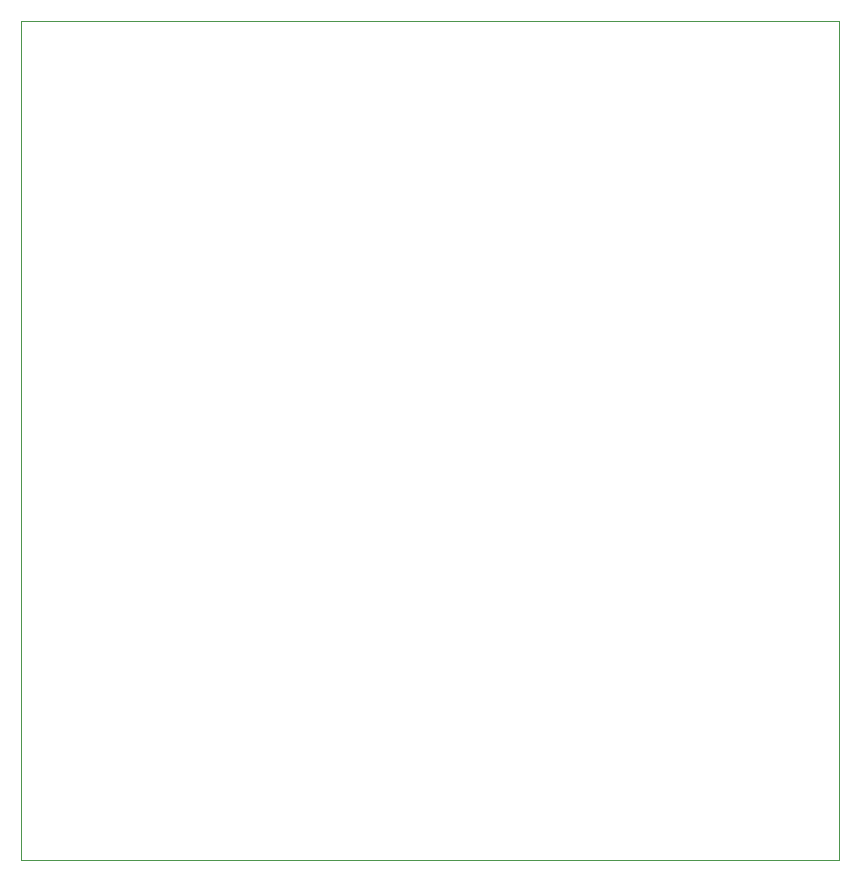
<source format=gbr>
%TF.GenerationSoftware,KiCad,Pcbnew,8.0.5*%
%TF.CreationDate,2024-11-17T20:05:27+09:00*%
%TF.ProjectId,VR_glove,56525f67-6c6f-4766-952e-6b696361645f,rev?*%
%TF.SameCoordinates,Original*%
%TF.FileFunction,Profile,NP*%
%FSLAX46Y46*%
G04 Gerber Fmt 4.6, Leading zero omitted, Abs format (unit mm)*
G04 Created by KiCad (PCBNEW 8.0.5) date 2024-11-17 20:05:27*
%MOMM*%
%LPD*%
G01*
G04 APERTURE LIST*
%TA.AperFunction,Profile*%
%ADD10C,0.050000*%
%TD*%
G04 APERTURE END LIST*
D10*
X117750000Y-46250000D02*
X187000000Y-46250000D01*
X187000000Y-117250000D01*
X117750000Y-117250000D01*
X117750000Y-46250000D01*
M02*

</source>
